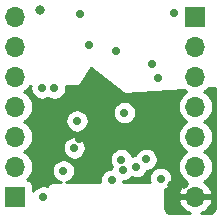
<source format=gbr>
%TF.GenerationSoftware,KiCad,Pcbnew,(5.1.2)-2*%
%TF.CreationDate,2021-02-26T22:53:36+01:00*%
%TF.ProjectId,NRF52_Basic,4e524635-325f-4426-9173-69632e6b6963,V1*%
%TF.SameCoordinates,Original*%
%TF.FileFunction,Copper,L3,Inr*%
%TF.FilePolarity,Positive*%
%FSLAX46Y46*%
G04 Gerber Fmt 4.6, Leading zero omitted, Abs format (unit mm)*
G04 Created by KiCad (PCBNEW (5.1.2)-2) date 2021-02-26 22:53:36*
%MOMM*%
%LPD*%
G04 APERTURE LIST*
%TA.AperFunction,ViaPad*%
%ADD10O,1.700000X1.700000*%
%TD*%
%TA.AperFunction,ViaPad*%
%ADD11R,1.700000X1.700000*%
%TD*%
%TA.AperFunction,ViaPad*%
%ADD12C,0.700000*%
%TD*%
%TA.AperFunction,ViaPad*%
%ADD13C,0.800000*%
%TD*%
%TA.AperFunction,Conductor*%
%ADD14C,0.254000*%
%TD*%
G04 APERTURE END LIST*
D10*
%TO.N,0.27*%
%TO.C,J2*%
X137139680Y-75285600D03*
%TO.N,0.28*%
X137139680Y-77825600D03*
%TO.N,0.29*%
X137139680Y-80365600D03*
%TO.N,0.30*%
X137139680Y-82905600D03*
%TO.N,0.05_RTS*%
X137139680Y-85445600D03*
%TO.N,0.06_TX*%
X137139680Y-87985600D03*
D11*
%TO.N,VSS*%
X137139680Y-90525600D03*
%TD*%
D10*
%TO.N,VDD*%
%TO.C,J1*%
X152379680Y-90525600D03*
%TO.N,0.07_CTS*%
X152379680Y-87985600D03*
%TO.N,0.08_RX*%
X152379680Y-85445600D03*
%TO.N,SWO*%
X152379680Y-82905600D03*
%TO.N,RESET_0.21*%
X152379680Y-80365600D03*
%TO.N,SWDCLK*%
X152379680Y-77825600D03*
D11*
%TO.N,SWDIO*%
X152379680Y-75285600D03*
%TD*%
D12*
%TO.N,VSS*%
X143347440Y-77703680D03*
X142590520Y-75026520D03*
X150591520Y-75016360D03*
X142356840Y-84114640D03*
X146370040Y-83418680D03*
X142123160Y-86400640D03*
X141213840Y-88341200D03*
X139496800Y-90545920D03*
X145689320Y-78160880D03*
D13*
X139227560Y-74696320D03*
D12*
X149443440Y-88991440D03*
X145293080Y-89154000D03*
%TO.N,SWDCLK*%
X149240240Y-80446880D03*
%TO.N,SWDIO*%
X148722080Y-79329280D03*
%TO.N,VDD*%
X142488920Y-85613240D03*
X143565880Y-80472280D03*
X150555960Y-90505280D03*
D13*
X140731240Y-85755480D03*
X150464520Y-86420960D03*
X150281640Y-85613240D03*
X151384000Y-89468960D03*
X150388320Y-89555320D03*
D12*
%TO.N,0.28*%
X139395200Y-81335880D03*
%TO.N,0.27*%
X140446760Y-81346040D03*
%TO.N,0.08_RX*%
X148214080Y-87360760D03*
%TO.N,0.07_CTS*%
X147365720Y-87985600D03*
%TO.N,0.06_TX*%
X146248120Y-88239600D03*
%TO.N,0.05_RTS*%
X146110960Y-87391240D03*
%TD*%
D14*
%TO.N,VDD*%
G36*
X146266443Y-81771231D02*
G01*
X146287468Y-81784564D01*
X146310690Y-81793538D01*
X146335218Y-81797810D01*
X146352486Y-81797917D01*
X151403213Y-81485294D01*
X151550666Y-81606306D01*
X151605471Y-81635600D01*
X151550666Y-81664894D01*
X151324546Y-81850466D01*
X151138974Y-82076586D01*
X151001081Y-82334566D01*
X150916167Y-82614489D01*
X150887495Y-82905600D01*
X150916167Y-83196711D01*
X151001081Y-83476634D01*
X151138974Y-83734614D01*
X151324546Y-83960734D01*
X151550666Y-84146306D01*
X151605471Y-84175600D01*
X151550666Y-84204894D01*
X151324546Y-84390466D01*
X151138974Y-84616586D01*
X151001081Y-84874566D01*
X150916167Y-85154489D01*
X150887495Y-85445600D01*
X150916167Y-85736711D01*
X151001081Y-86016634D01*
X151138974Y-86274614D01*
X151324546Y-86500734D01*
X151550666Y-86686306D01*
X151605471Y-86715600D01*
X151550666Y-86744894D01*
X151324546Y-86930466D01*
X151138974Y-87156586D01*
X151001081Y-87414566D01*
X150916167Y-87694489D01*
X150887495Y-87985600D01*
X150916167Y-88276711D01*
X151001081Y-88556634D01*
X151138974Y-88814614D01*
X151324546Y-89040734D01*
X151550666Y-89226306D01*
X151615203Y-89260801D01*
X151498325Y-89330422D01*
X151282092Y-89525331D01*
X151108039Y-89758680D01*
X150982855Y-90021501D01*
X150938204Y-90168710D01*
X151059525Y-90398600D01*
X152252680Y-90398600D01*
X152252680Y-90378600D01*
X152506680Y-90378600D01*
X152506680Y-90398600D01*
X153699835Y-90398600D01*
X153821156Y-90168710D01*
X153776505Y-90021501D01*
X153651321Y-89758680D01*
X153477268Y-89525331D01*
X153261035Y-89330422D01*
X153144157Y-89260801D01*
X153208694Y-89226306D01*
X153434814Y-89040734D01*
X153620386Y-88814614D01*
X153758279Y-88556634D01*
X153843193Y-88276711D01*
X153871865Y-87985600D01*
X153843193Y-87694489D01*
X153758279Y-87414566D01*
X153620386Y-87156586D01*
X153434814Y-86930466D01*
X153208694Y-86744894D01*
X153153889Y-86715600D01*
X153208694Y-86686306D01*
X153434814Y-86500734D01*
X153620386Y-86274614D01*
X153758279Y-86016634D01*
X153843193Y-85736711D01*
X153871865Y-85445600D01*
X153843193Y-85154489D01*
X153758279Y-84874566D01*
X153620386Y-84616586D01*
X153434814Y-84390466D01*
X153208694Y-84204894D01*
X153153889Y-84175600D01*
X153208694Y-84146306D01*
X153434814Y-83960734D01*
X153620386Y-83734614D01*
X153758279Y-83476634D01*
X153843193Y-83196711D01*
X153871865Y-82905600D01*
X153843193Y-82614489D01*
X153758279Y-82334566D01*
X153620386Y-82076586D01*
X153434814Y-81850466D01*
X153208694Y-81664894D01*
X153153889Y-81635600D01*
X153208694Y-81606306D01*
X153434814Y-81420734D01*
X153487718Y-81356270D01*
X154046545Y-81321681D01*
X154020193Y-91404781D01*
X154008660Y-91534128D01*
X153982383Y-91624016D01*
X153939149Y-91707086D01*
X153880602Y-91780176D01*
X153808975Y-91840502D01*
X153726990Y-91885769D01*
X153637782Y-91914247D01*
X153516179Y-91928112D01*
X152843448Y-91929169D01*
X153010932Y-91869757D01*
X153261035Y-91720778D01*
X153477268Y-91525869D01*
X153651321Y-91292520D01*
X153776505Y-91029699D01*
X153821156Y-90882490D01*
X153699835Y-90652600D01*
X152506680Y-90652600D01*
X152506680Y-90672600D01*
X152252680Y-90672600D01*
X152252680Y-90652600D01*
X151059525Y-90652600D01*
X150938204Y-90882490D01*
X150982855Y-91029699D01*
X151108039Y-91292520D01*
X151282092Y-91525869D01*
X151498325Y-91720778D01*
X151748428Y-91869757D01*
X151920000Y-91930619D01*
X150333723Y-91933110D01*
X150208758Y-91920857D01*
X150119112Y-91893791D01*
X150036424Y-91849825D01*
X149963852Y-91790637D01*
X149904159Y-91718480D01*
X149859619Y-91636106D01*
X149831926Y-91546644D01*
X149818853Y-91422262D01*
X149804069Y-90011973D01*
X149806910Y-89983964D01*
X149803389Y-89947124D01*
X149803343Y-89942705D01*
X149800308Y-89914878D01*
X149799839Y-89909971D01*
X149910012Y-89864336D01*
X150071341Y-89756539D01*
X150208539Y-89619341D01*
X150316336Y-89458012D01*
X150390587Y-89278754D01*
X150428440Y-89088454D01*
X150428440Y-88894426D01*
X150390587Y-88704126D01*
X150316336Y-88524868D01*
X150208539Y-88363539D01*
X150071341Y-88226341D01*
X149910012Y-88118544D01*
X149730754Y-88044293D01*
X149540454Y-88006440D01*
X149346426Y-88006440D01*
X149156126Y-88044293D01*
X148976868Y-88118544D01*
X148815539Y-88226341D01*
X148678341Y-88363539D01*
X148570544Y-88524868D01*
X148496293Y-88704126D01*
X148458440Y-88894426D01*
X148458440Y-89088454D01*
X148496293Y-89278754D01*
X148513464Y-89320208D01*
X146265614Y-89313685D01*
X146278080Y-89251014D01*
X146278080Y-89224600D01*
X146345134Y-89224600D01*
X146535434Y-89186747D01*
X146714692Y-89112496D01*
X146876021Y-89004699D01*
X146986176Y-88894544D01*
X147078406Y-88932747D01*
X147268706Y-88970600D01*
X147462734Y-88970600D01*
X147653034Y-88932747D01*
X147832292Y-88858496D01*
X147993621Y-88750699D01*
X148130819Y-88613501D01*
X148238616Y-88452172D01*
X148282693Y-88345760D01*
X148311094Y-88345760D01*
X148501394Y-88307907D01*
X148680652Y-88233656D01*
X148841981Y-88125859D01*
X148979179Y-87988661D01*
X149086976Y-87827332D01*
X149161227Y-87648074D01*
X149199080Y-87457774D01*
X149199080Y-87263746D01*
X149161227Y-87073446D01*
X149086976Y-86894188D01*
X148979179Y-86732859D01*
X148841981Y-86595661D01*
X148680652Y-86487864D01*
X148501394Y-86413613D01*
X148311094Y-86375760D01*
X148117066Y-86375760D01*
X147926766Y-86413613D01*
X147747508Y-86487864D01*
X147586179Y-86595661D01*
X147448981Y-86732859D01*
X147341184Y-86894188D01*
X147297107Y-87000600D01*
X147268706Y-87000600D01*
X147078406Y-87038453D01*
X147037932Y-87055218D01*
X146983856Y-86924668D01*
X146876059Y-86763339D01*
X146738861Y-86626141D01*
X146577532Y-86518344D01*
X146398274Y-86444093D01*
X146207974Y-86406240D01*
X146013946Y-86406240D01*
X145823646Y-86444093D01*
X145644388Y-86518344D01*
X145483059Y-86626141D01*
X145345861Y-86763339D01*
X145238064Y-86924668D01*
X145163813Y-87103926D01*
X145125960Y-87294226D01*
X145125960Y-87488254D01*
X145163813Y-87678554D01*
X145238064Y-87857812D01*
X145301056Y-87952086D01*
X145300973Y-87952286D01*
X145263120Y-88142586D01*
X145263120Y-88169000D01*
X145196066Y-88169000D01*
X145005766Y-88206853D01*
X144826508Y-88281104D01*
X144665179Y-88388901D01*
X144527981Y-88526099D01*
X144420184Y-88687428D01*
X144345933Y-88866686D01*
X144308080Y-89056986D01*
X144308080Y-89251014D01*
X144319423Y-89308038D01*
X141444109Y-89299694D01*
X141501154Y-89288347D01*
X141680412Y-89214096D01*
X141841741Y-89106299D01*
X141978939Y-88969101D01*
X142086736Y-88807772D01*
X142160987Y-88628514D01*
X142198840Y-88438214D01*
X142198840Y-88244186D01*
X142160987Y-88053886D01*
X142086736Y-87874628D01*
X141978939Y-87713299D01*
X141841741Y-87576101D01*
X141680412Y-87468304D01*
X141501154Y-87394053D01*
X141310854Y-87356200D01*
X141116826Y-87356200D01*
X140926526Y-87394053D01*
X140747268Y-87468304D01*
X140585939Y-87576101D01*
X140448741Y-87713299D01*
X140340944Y-87874628D01*
X140266693Y-88053886D01*
X140228840Y-88244186D01*
X140228840Y-88438214D01*
X140266693Y-88628514D01*
X140340944Y-88807772D01*
X140448741Y-88969101D01*
X140585939Y-89106299D01*
X140747268Y-89214096D01*
X140926526Y-89288347D01*
X140976752Y-89298338D01*
X140420831Y-89296724D01*
X140384017Y-89293483D01*
X140323731Y-89300051D01*
X140263386Y-89305818D01*
X140259163Y-89307086D01*
X140254773Y-89307564D01*
X140196898Y-89325777D01*
X140138867Y-89343197D01*
X140134971Y-89345265D01*
X140130760Y-89346590D01*
X140077555Y-89375740D01*
X140024032Y-89404149D01*
X140020615Y-89406936D01*
X140016743Y-89409058D01*
X139970251Y-89448026D01*
X139923295Y-89486334D01*
X139920487Y-89489736D01*
X139917104Y-89492571D01*
X139879124Y-89539839D01*
X139840527Y-89586592D01*
X139838436Y-89590477D01*
X139835672Y-89593917D01*
X139824435Y-89615474D01*
X139784114Y-89598773D01*
X139593814Y-89560920D01*
X139399786Y-89560920D01*
X139209486Y-89598773D01*
X139030228Y-89673024D01*
X138868899Y-89780821D01*
X138731701Y-89918019D01*
X138627752Y-90073589D01*
X138627752Y-89675600D01*
X138615492Y-89551118D01*
X138579182Y-89431420D01*
X138520217Y-89321106D01*
X138440865Y-89224415D01*
X138344174Y-89145063D01*
X138233860Y-89086098D01*
X138164993Y-89065207D01*
X138194814Y-89040734D01*
X138380386Y-88814614D01*
X138518279Y-88556634D01*
X138603193Y-88276711D01*
X138631865Y-87985600D01*
X138603193Y-87694489D01*
X138518279Y-87414566D01*
X138380386Y-87156586D01*
X138194814Y-86930466D01*
X137968694Y-86744894D01*
X137913889Y-86715600D01*
X137968694Y-86686306D01*
X138194814Y-86500734D01*
X138356576Y-86303626D01*
X141138160Y-86303626D01*
X141138160Y-86497654D01*
X141176013Y-86687954D01*
X141250264Y-86867212D01*
X141358061Y-87028541D01*
X141495259Y-87165739D01*
X141656588Y-87273536D01*
X141835846Y-87347787D01*
X142026146Y-87385640D01*
X142220174Y-87385640D01*
X142410474Y-87347787D01*
X142589732Y-87273536D01*
X142751061Y-87165739D01*
X142888259Y-87028541D01*
X142996056Y-86867212D01*
X143070307Y-86687954D01*
X143108160Y-86497654D01*
X143108160Y-86303626D01*
X143070307Y-86113326D01*
X142996056Y-85934068D01*
X142888259Y-85772739D01*
X142751061Y-85635541D01*
X142589732Y-85527744D01*
X142410474Y-85453493D01*
X142220174Y-85415640D01*
X142026146Y-85415640D01*
X141835846Y-85453493D01*
X141656588Y-85527744D01*
X141495259Y-85635541D01*
X141358061Y-85772739D01*
X141250264Y-85934068D01*
X141176013Y-86113326D01*
X141138160Y-86303626D01*
X138356576Y-86303626D01*
X138380386Y-86274614D01*
X138518279Y-86016634D01*
X138603193Y-85736711D01*
X138631865Y-85445600D01*
X138603193Y-85154489D01*
X138518279Y-84874566D01*
X138380386Y-84616586D01*
X138194814Y-84390466D01*
X137968694Y-84204894D01*
X137913889Y-84175600D01*
X137968694Y-84146306D01*
X138125490Y-84017626D01*
X141371840Y-84017626D01*
X141371840Y-84211654D01*
X141409693Y-84401954D01*
X141483944Y-84581212D01*
X141591741Y-84742541D01*
X141728939Y-84879739D01*
X141890268Y-84987536D01*
X142069526Y-85061787D01*
X142259826Y-85099640D01*
X142453854Y-85099640D01*
X142644154Y-85061787D01*
X142823412Y-84987536D01*
X142984741Y-84879739D01*
X143121939Y-84742541D01*
X143229736Y-84581212D01*
X143303987Y-84401954D01*
X143341840Y-84211654D01*
X143341840Y-84017626D01*
X143303987Y-83827326D01*
X143229736Y-83648068D01*
X143121939Y-83486739D01*
X142984741Y-83349541D01*
X142943024Y-83321666D01*
X145385040Y-83321666D01*
X145385040Y-83515694D01*
X145422893Y-83705994D01*
X145497144Y-83885252D01*
X145604941Y-84046581D01*
X145742139Y-84183779D01*
X145903468Y-84291576D01*
X146082726Y-84365827D01*
X146273026Y-84403680D01*
X146467054Y-84403680D01*
X146657354Y-84365827D01*
X146836612Y-84291576D01*
X146997941Y-84183779D01*
X147135139Y-84046581D01*
X147242936Y-83885252D01*
X147317187Y-83705994D01*
X147355040Y-83515694D01*
X147355040Y-83321666D01*
X147317187Y-83131366D01*
X147242936Y-82952108D01*
X147135139Y-82790779D01*
X146997941Y-82653581D01*
X146836612Y-82545784D01*
X146657354Y-82471533D01*
X146467054Y-82433680D01*
X146273026Y-82433680D01*
X146082726Y-82471533D01*
X145903468Y-82545784D01*
X145742139Y-82653581D01*
X145604941Y-82790779D01*
X145497144Y-82952108D01*
X145422893Y-83131366D01*
X145385040Y-83321666D01*
X142943024Y-83321666D01*
X142823412Y-83241744D01*
X142644154Y-83167493D01*
X142453854Y-83129640D01*
X142259826Y-83129640D01*
X142069526Y-83167493D01*
X141890268Y-83241744D01*
X141728939Y-83349541D01*
X141591741Y-83486739D01*
X141483944Y-83648068D01*
X141409693Y-83827326D01*
X141371840Y-84017626D01*
X138125490Y-84017626D01*
X138194814Y-83960734D01*
X138380386Y-83734614D01*
X138518279Y-83476634D01*
X138603193Y-83196711D01*
X138631865Y-82905600D01*
X138603193Y-82614489D01*
X138518279Y-82334566D01*
X138380386Y-82076586D01*
X138194814Y-81850466D01*
X137968694Y-81664894D01*
X137913889Y-81635600D01*
X137968694Y-81606306D01*
X138194814Y-81420734D01*
X138380386Y-81194614D01*
X138418921Y-81122520D01*
X138433342Y-81122520D01*
X138410200Y-81238866D01*
X138410200Y-81432894D01*
X138448053Y-81623194D01*
X138522304Y-81802452D01*
X138630101Y-81963781D01*
X138767299Y-82100979D01*
X138928628Y-82208776D01*
X139107886Y-82283027D01*
X139298186Y-82320880D01*
X139492214Y-82320880D01*
X139682514Y-82283027D01*
X139861772Y-82208776D01*
X139913377Y-82174294D01*
X139980188Y-82218936D01*
X140159446Y-82293187D01*
X140349746Y-82331040D01*
X140543774Y-82331040D01*
X140734074Y-82293187D01*
X140913332Y-82218936D01*
X141074661Y-82111139D01*
X141211859Y-81973941D01*
X141319656Y-81812612D01*
X141393907Y-81633354D01*
X141431760Y-81443054D01*
X141431760Y-81249026D01*
X141406596Y-81122520D01*
X142483840Y-81122520D01*
X142508616Y-81120080D01*
X142532441Y-81112853D01*
X142554397Y-81101117D01*
X142573643Y-81085323D01*
X142587255Y-81069238D01*
X143582098Y-79673628D01*
X146266443Y-81771231D01*
X146266443Y-81771231D01*
G37*
X146266443Y-81771231D02*
X146287468Y-81784564D01*
X146310690Y-81793538D01*
X146335218Y-81797810D01*
X146352486Y-81797917D01*
X151403213Y-81485294D01*
X151550666Y-81606306D01*
X151605471Y-81635600D01*
X151550666Y-81664894D01*
X151324546Y-81850466D01*
X151138974Y-82076586D01*
X151001081Y-82334566D01*
X150916167Y-82614489D01*
X150887495Y-82905600D01*
X150916167Y-83196711D01*
X151001081Y-83476634D01*
X151138974Y-83734614D01*
X151324546Y-83960734D01*
X151550666Y-84146306D01*
X151605471Y-84175600D01*
X151550666Y-84204894D01*
X151324546Y-84390466D01*
X151138974Y-84616586D01*
X151001081Y-84874566D01*
X150916167Y-85154489D01*
X150887495Y-85445600D01*
X150916167Y-85736711D01*
X151001081Y-86016634D01*
X151138974Y-86274614D01*
X151324546Y-86500734D01*
X151550666Y-86686306D01*
X151605471Y-86715600D01*
X151550666Y-86744894D01*
X151324546Y-86930466D01*
X151138974Y-87156586D01*
X151001081Y-87414566D01*
X150916167Y-87694489D01*
X150887495Y-87985600D01*
X150916167Y-88276711D01*
X151001081Y-88556634D01*
X151138974Y-88814614D01*
X151324546Y-89040734D01*
X151550666Y-89226306D01*
X151615203Y-89260801D01*
X151498325Y-89330422D01*
X151282092Y-89525331D01*
X151108039Y-89758680D01*
X150982855Y-90021501D01*
X150938204Y-90168710D01*
X151059525Y-90398600D01*
X152252680Y-90398600D01*
X152252680Y-90378600D01*
X152506680Y-90378600D01*
X152506680Y-90398600D01*
X153699835Y-90398600D01*
X153821156Y-90168710D01*
X153776505Y-90021501D01*
X153651321Y-89758680D01*
X153477268Y-89525331D01*
X153261035Y-89330422D01*
X153144157Y-89260801D01*
X153208694Y-89226306D01*
X153434814Y-89040734D01*
X153620386Y-88814614D01*
X153758279Y-88556634D01*
X153843193Y-88276711D01*
X153871865Y-87985600D01*
X153843193Y-87694489D01*
X153758279Y-87414566D01*
X153620386Y-87156586D01*
X153434814Y-86930466D01*
X153208694Y-86744894D01*
X153153889Y-86715600D01*
X153208694Y-86686306D01*
X153434814Y-86500734D01*
X153620386Y-86274614D01*
X153758279Y-86016634D01*
X153843193Y-85736711D01*
X153871865Y-85445600D01*
X153843193Y-85154489D01*
X153758279Y-84874566D01*
X153620386Y-84616586D01*
X153434814Y-84390466D01*
X153208694Y-84204894D01*
X153153889Y-84175600D01*
X153208694Y-84146306D01*
X153434814Y-83960734D01*
X153620386Y-83734614D01*
X153758279Y-83476634D01*
X153843193Y-83196711D01*
X153871865Y-82905600D01*
X153843193Y-82614489D01*
X153758279Y-82334566D01*
X153620386Y-82076586D01*
X153434814Y-81850466D01*
X153208694Y-81664894D01*
X153153889Y-81635600D01*
X153208694Y-81606306D01*
X153434814Y-81420734D01*
X153487718Y-81356270D01*
X154046545Y-81321681D01*
X154020193Y-91404781D01*
X154008660Y-91534128D01*
X153982383Y-91624016D01*
X153939149Y-91707086D01*
X153880602Y-91780176D01*
X153808975Y-91840502D01*
X153726990Y-91885769D01*
X153637782Y-91914247D01*
X153516179Y-91928112D01*
X152843448Y-91929169D01*
X153010932Y-91869757D01*
X153261035Y-91720778D01*
X153477268Y-91525869D01*
X153651321Y-91292520D01*
X153776505Y-91029699D01*
X153821156Y-90882490D01*
X153699835Y-90652600D01*
X152506680Y-90652600D01*
X152506680Y-90672600D01*
X152252680Y-90672600D01*
X152252680Y-90652600D01*
X151059525Y-90652600D01*
X150938204Y-90882490D01*
X150982855Y-91029699D01*
X151108039Y-91292520D01*
X151282092Y-91525869D01*
X151498325Y-91720778D01*
X151748428Y-91869757D01*
X151920000Y-91930619D01*
X150333723Y-91933110D01*
X150208758Y-91920857D01*
X150119112Y-91893791D01*
X150036424Y-91849825D01*
X149963852Y-91790637D01*
X149904159Y-91718480D01*
X149859619Y-91636106D01*
X149831926Y-91546644D01*
X149818853Y-91422262D01*
X149804069Y-90011973D01*
X149806910Y-89983964D01*
X149803389Y-89947124D01*
X149803343Y-89942705D01*
X149800308Y-89914878D01*
X149799839Y-89909971D01*
X149910012Y-89864336D01*
X150071341Y-89756539D01*
X150208539Y-89619341D01*
X150316336Y-89458012D01*
X150390587Y-89278754D01*
X150428440Y-89088454D01*
X150428440Y-88894426D01*
X150390587Y-88704126D01*
X150316336Y-88524868D01*
X150208539Y-88363539D01*
X150071341Y-88226341D01*
X149910012Y-88118544D01*
X149730754Y-88044293D01*
X149540454Y-88006440D01*
X149346426Y-88006440D01*
X149156126Y-88044293D01*
X148976868Y-88118544D01*
X148815539Y-88226341D01*
X148678341Y-88363539D01*
X148570544Y-88524868D01*
X148496293Y-88704126D01*
X148458440Y-88894426D01*
X148458440Y-89088454D01*
X148496293Y-89278754D01*
X148513464Y-89320208D01*
X146265614Y-89313685D01*
X146278080Y-89251014D01*
X146278080Y-89224600D01*
X146345134Y-89224600D01*
X146535434Y-89186747D01*
X146714692Y-89112496D01*
X146876021Y-89004699D01*
X146986176Y-88894544D01*
X147078406Y-88932747D01*
X147268706Y-88970600D01*
X147462734Y-88970600D01*
X147653034Y-88932747D01*
X147832292Y-88858496D01*
X147993621Y-88750699D01*
X148130819Y-88613501D01*
X148238616Y-88452172D01*
X148282693Y-88345760D01*
X148311094Y-88345760D01*
X148501394Y-88307907D01*
X148680652Y-88233656D01*
X148841981Y-88125859D01*
X148979179Y-87988661D01*
X149086976Y-87827332D01*
X149161227Y-87648074D01*
X149199080Y-87457774D01*
X149199080Y-87263746D01*
X149161227Y-87073446D01*
X149086976Y-86894188D01*
X148979179Y-86732859D01*
X148841981Y-86595661D01*
X148680652Y-86487864D01*
X148501394Y-86413613D01*
X148311094Y-86375760D01*
X148117066Y-86375760D01*
X147926766Y-86413613D01*
X147747508Y-86487864D01*
X147586179Y-86595661D01*
X147448981Y-86732859D01*
X147341184Y-86894188D01*
X147297107Y-87000600D01*
X147268706Y-87000600D01*
X147078406Y-87038453D01*
X147037932Y-87055218D01*
X146983856Y-86924668D01*
X146876059Y-86763339D01*
X146738861Y-86626141D01*
X146577532Y-86518344D01*
X146398274Y-86444093D01*
X146207974Y-86406240D01*
X146013946Y-86406240D01*
X145823646Y-86444093D01*
X145644388Y-86518344D01*
X145483059Y-86626141D01*
X145345861Y-86763339D01*
X145238064Y-86924668D01*
X145163813Y-87103926D01*
X145125960Y-87294226D01*
X145125960Y-87488254D01*
X145163813Y-87678554D01*
X145238064Y-87857812D01*
X145301056Y-87952086D01*
X145300973Y-87952286D01*
X145263120Y-88142586D01*
X145263120Y-88169000D01*
X145196066Y-88169000D01*
X145005766Y-88206853D01*
X144826508Y-88281104D01*
X144665179Y-88388901D01*
X144527981Y-88526099D01*
X144420184Y-88687428D01*
X144345933Y-88866686D01*
X144308080Y-89056986D01*
X144308080Y-89251014D01*
X144319423Y-89308038D01*
X141444109Y-89299694D01*
X141501154Y-89288347D01*
X141680412Y-89214096D01*
X141841741Y-89106299D01*
X141978939Y-88969101D01*
X142086736Y-88807772D01*
X142160987Y-88628514D01*
X142198840Y-88438214D01*
X142198840Y-88244186D01*
X142160987Y-88053886D01*
X142086736Y-87874628D01*
X141978939Y-87713299D01*
X141841741Y-87576101D01*
X141680412Y-87468304D01*
X141501154Y-87394053D01*
X141310854Y-87356200D01*
X141116826Y-87356200D01*
X140926526Y-87394053D01*
X140747268Y-87468304D01*
X140585939Y-87576101D01*
X140448741Y-87713299D01*
X140340944Y-87874628D01*
X140266693Y-88053886D01*
X140228840Y-88244186D01*
X140228840Y-88438214D01*
X140266693Y-88628514D01*
X140340944Y-88807772D01*
X140448741Y-88969101D01*
X140585939Y-89106299D01*
X140747268Y-89214096D01*
X140926526Y-89288347D01*
X140976752Y-89298338D01*
X140420831Y-89296724D01*
X140384017Y-89293483D01*
X140323731Y-89300051D01*
X140263386Y-89305818D01*
X140259163Y-89307086D01*
X140254773Y-89307564D01*
X140196898Y-89325777D01*
X140138867Y-89343197D01*
X140134971Y-89345265D01*
X140130760Y-89346590D01*
X140077555Y-89375740D01*
X140024032Y-89404149D01*
X140020615Y-89406936D01*
X140016743Y-89409058D01*
X139970251Y-89448026D01*
X139923295Y-89486334D01*
X139920487Y-89489736D01*
X139917104Y-89492571D01*
X139879124Y-89539839D01*
X139840527Y-89586592D01*
X139838436Y-89590477D01*
X139835672Y-89593917D01*
X139824435Y-89615474D01*
X139784114Y-89598773D01*
X139593814Y-89560920D01*
X139399786Y-89560920D01*
X139209486Y-89598773D01*
X139030228Y-89673024D01*
X138868899Y-89780821D01*
X138731701Y-89918019D01*
X138627752Y-90073589D01*
X138627752Y-89675600D01*
X138615492Y-89551118D01*
X138579182Y-89431420D01*
X138520217Y-89321106D01*
X138440865Y-89224415D01*
X138344174Y-89145063D01*
X138233860Y-89086098D01*
X138164993Y-89065207D01*
X138194814Y-89040734D01*
X138380386Y-88814614D01*
X138518279Y-88556634D01*
X138603193Y-88276711D01*
X138631865Y-87985600D01*
X138603193Y-87694489D01*
X138518279Y-87414566D01*
X138380386Y-87156586D01*
X138194814Y-86930466D01*
X137968694Y-86744894D01*
X137913889Y-86715600D01*
X137968694Y-86686306D01*
X138194814Y-86500734D01*
X138356576Y-86303626D01*
X141138160Y-86303626D01*
X141138160Y-86497654D01*
X141176013Y-86687954D01*
X141250264Y-86867212D01*
X141358061Y-87028541D01*
X141495259Y-87165739D01*
X141656588Y-87273536D01*
X141835846Y-87347787D01*
X142026146Y-87385640D01*
X142220174Y-87385640D01*
X142410474Y-87347787D01*
X142589732Y-87273536D01*
X142751061Y-87165739D01*
X142888259Y-87028541D01*
X142996056Y-86867212D01*
X143070307Y-86687954D01*
X143108160Y-86497654D01*
X143108160Y-86303626D01*
X143070307Y-86113326D01*
X142996056Y-85934068D01*
X142888259Y-85772739D01*
X142751061Y-85635541D01*
X142589732Y-85527744D01*
X142410474Y-85453493D01*
X142220174Y-85415640D01*
X142026146Y-85415640D01*
X141835846Y-85453493D01*
X141656588Y-85527744D01*
X141495259Y-85635541D01*
X141358061Y-85772739D01*
X141250264Y-85934068D01*
X141176013Y-86113326D01*
X141138160Y-86303626D01*
X138356576Y-86303626D01*
X138380386Y-86274614D01*
X138518279Y-86016634D01*
X138603193Y-85736711D01*
X138631865Y-85445600D01*
X138603193Y-85154489D01*
X138518279Y-84874566D01*
X138380386Y-84616586D01*
X138194814Y-84390466D01*
X137968694Y-84204894D01*
X137913889Y-84175600D01*
X137968694Y-84146306D01*
X138125490Y-84017626D01*
X141371840Y-84017626D01*
X141371840Y-84211654D01*
X141409693Y-84401954D01*
X141483944Y-84581212D01*
X141591741Y-84742541D01*
X141728939Y-84879739D01*
X141890268Y-84987536D01*
X142069526Y-85061787D01*
X142259826Y-85099640D01*
X142453854Y-85099640D01*
X142644154Y-85061787D01*
X142823412Y-84987536D01*
X142984741Y-84879739D01*
X143121939Y-84742541D01*
X143229736Y-84581212D01*
X143303987Y-84401954D01*
X143341840Y-84211654D01*
X143341840Y-84017626D01*
X143303987Y-83827326D01*
X143229736Y-83648068D01*
X143121939Y-83486739D01*
X142984741Y-83349541D01*
X142943024Y-83321666D01*
X145385040Y-83321666D01*
X145385040Y-83515694D01*
X145422893Y-83705994D01*
X145497144Y-83885252D01*
X145604941Y-84046581D01*
X145742139Y-84183779D01*
X145903468Y-84291576D01*
X146082726Y-84365827D01*
X146273026Y-84403680D01*
X146467054Y-84403680D01*
X146657354Y-84365827D01*
X146836612Y-84291576D01*
X146997941Y-84183779D01*
X147135139Y-84046581D01*
X147242936Y-83885252D01*
X147317187Y-83705994D01*
X147355040Y-83515694D01*
X147355040Y-83321666D01*
X147317187Y-83131366D01*
X147242936Y-82952108D01*
X147135139Y-82790779D01*
X146997941Y-82653581D01*
X146836612Y-82545784D01*
X146657354Y-82471533D01*
X146467054Y-82433680D01*
X146273026Y-82433680D01*
X146082726Y-82471533D01*
X145903468Y-82545784D01*
X145742139Y-82653581D01*
X145604941Y-82790779D01*
X145497144Y-82952108D01*
X145422893Y-83131366D01*
X145385040Y-83321666D01*
X142943024Y-83321666D01*
X142823412Y-83241744D01*
X142644154Y-83167493D01*
X142453854Y-83129640D01*
X142259826Y-83129640D01*
X142069526Y-83167493D01*
X141890268Y-83241744D01*
X141728939Y-83349541D01*
X141591741Y-83486739D01*
X141483944Y-83648068D01*
X141409693Y-83827326D01*
X141371840Y-84017626D01*
X138125490Y-84017626D01*
X138194814Y-83960734D01*
X138380386Y-83734614D01*
X138518279Y-83476634D01*
X138603193Y-83196711D01*
X138631865Y-82905600D01*
X138603193Y-82614489D01*
X138518279Y-82334566D01*
X138380386Y-82076586D01*
X138194814Y-81850466D01*
X137968694Y-81664894D01*
X137913889Y-81635600D01*
X137968694Y-81606306D01*
X138194814Y-81420734D01*
X138380386Y-81194614D01*
X138418921Y-81122520D01*
X138433342Y-81122520D01*
X138410200Y-81238866D01*
X138410200Y-81432894D01*
X138448053Y-81623194D01*
X138522304Y-81802452D01*
X138630101Y-81963781D01*
X138767299Y-82100979D01*
X138928628Y-82208776D01*
X139107886Y-82283027D01*
X139298186Y-82320880D01*
X139492214Y-82320880D01*
X139682514Y-82283027D01*
X139861772Y-82208776D01*
X139913377Y-82174294D01*
X139980188Y-82218936D01*
X140159446Y-82293187D01*
X140349746Y-82331040D01*
X140543774Y-82331040D01*
X140734074Y-82293187D01*
X140913332Y-82218936D01*
X141074661Y-82111139D01*
X141211859Y-81973941D01*
X141319656Y-81812612D01*
X141393907Y-81633354D01*
X141431760Y-81443054D01*
X141431760Y-81249026D01*
X141406596Y-81122520D01*
X142483840Y-81122520D01*
X142508616Y-81120080D01*
X142532441Y-81112853D01*
X142554397Y-81101117D01*
X142573643Y-81085323D01*
X142587255Y-81069238D01*
X143582098Y-79673628D01*
X146266443Y-81771231D01*
%TD*%
M02*

</source>
